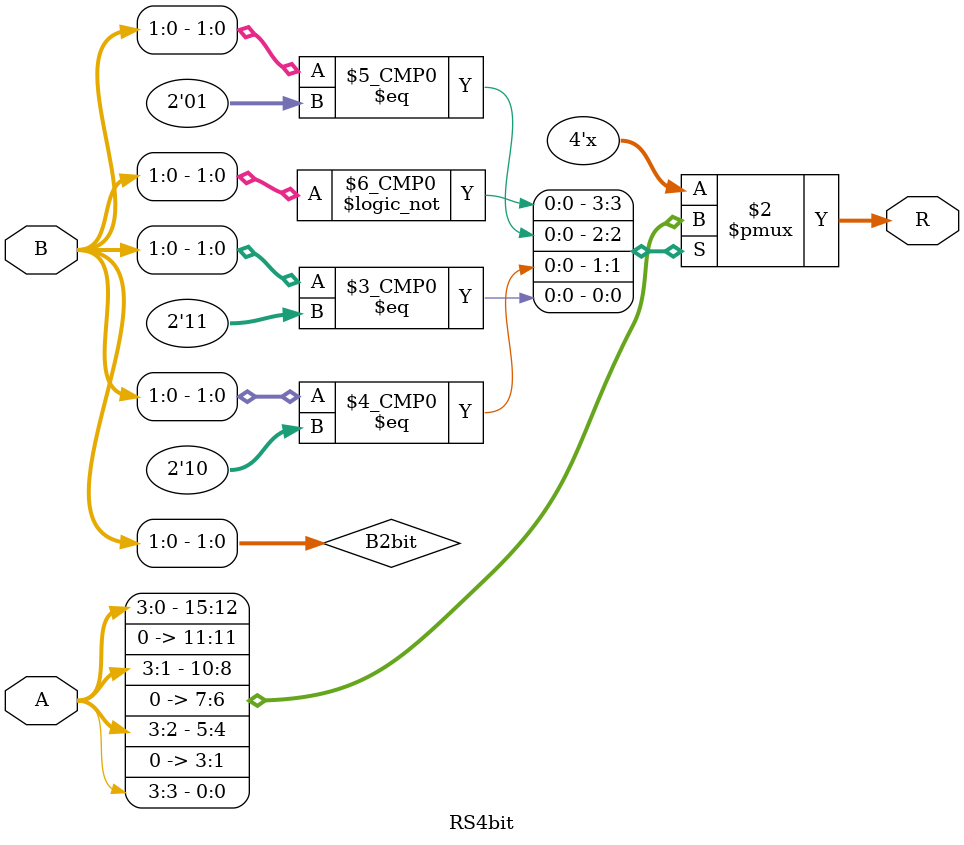
<source format=v>
module RS4bit 
(
    input wire [3:0] A,B,  
    output reg [3:0] R
);

    wire [1:0] B2bit;
    assign B2bit = B[1:0];

    always @(*) begin
        case(B2bit)
            2'b00: R = A;                     // No shift
            2'b01: R = {1'b0,A[3:1]};        // Right shift by 1 bit
            2'b10: R = {2'b00,A[3:2]};       // Right shift by 2 bits
            2'b11: R = { 3'b000,A[3]};        // Right shift by 3 bits
            default: R = A;                   // Default case (no shift)
        endcase
    end
    
endmodule
</source>
